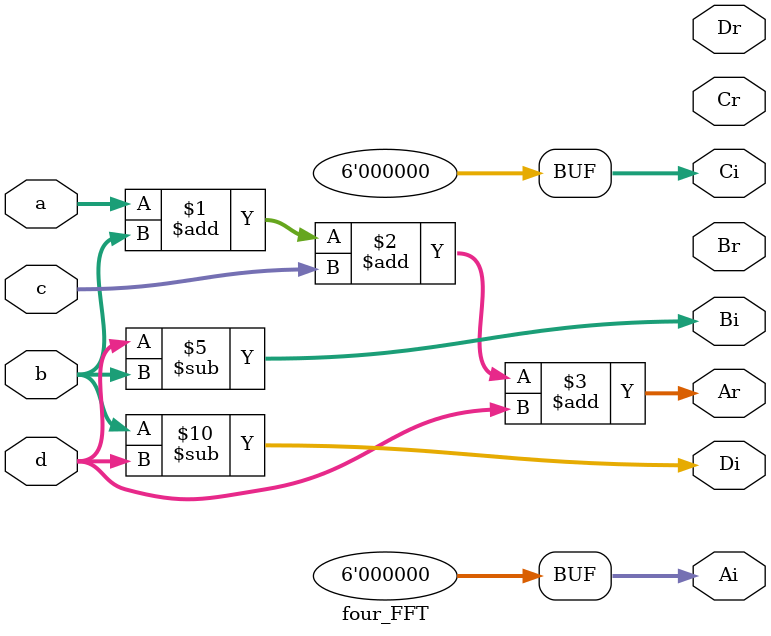
<source format=v>
module four_FFT(a,b,c,d,Ar,Br,Cr,Dr,Ai,Bi,Ci,Di);
    input [3:0] a,b,c,d;
    output [5:0] Ar,Br,Cr,Dr,Ai,Bi,Ci,Di;

    assign Ar = a+b+c+d;
    assign Ai = 0;
    assign B = a-c;
    assign Bi = d-b;
    assign C = a+c-b-d;
    assign Ci = 0;
    assign D = a-c;
    assign Di = b-d;
endmodule




</source>
